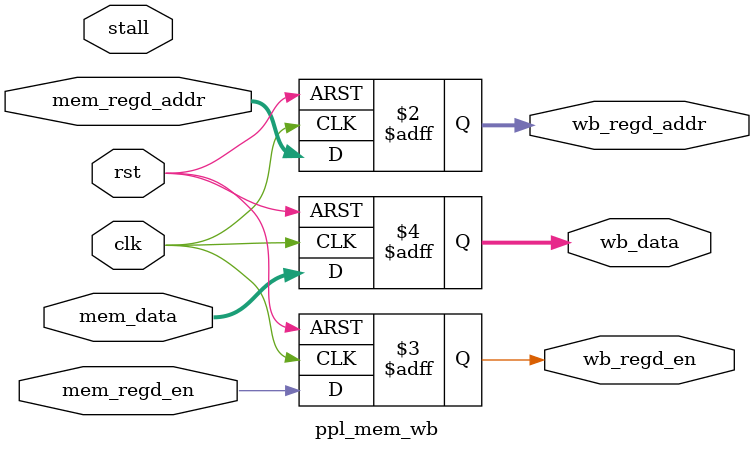
<source format=v>
`timescale 1ns / 1ps

module ppl_mem_wb(
    input wire clk,
    input wire rst,
    input wire stall,

    input wire[4:0] mem_regd_addr,
    input wire mem_regd_en,
    input wire[31:0] mem_data,

    output reg[4:0] wb_regd_addr,
    output reg wb_regd_en,
    output reg[31:0] wb_data
);

always @(posedge clk or posedge rst) begin
    if (rst) begin
        wb_regd_addr <= 5'b0;
        wb_regd_en <= 0;
        wb_data <= 32'b0;
    end
    // else if (stall) begin
    //     wb_regd_addr <= wb_regd_addr;
    //     wb_regd_en <= wb_regd_en;
    //     wb_data <= wb_data;
    // end
    else begin
        wb_regd_addr <= mem_regd_addr;
        wb_regd_en <= mem_regd_en;
        wb_data <= mem_data;
    end
end

endmodule

</source>
